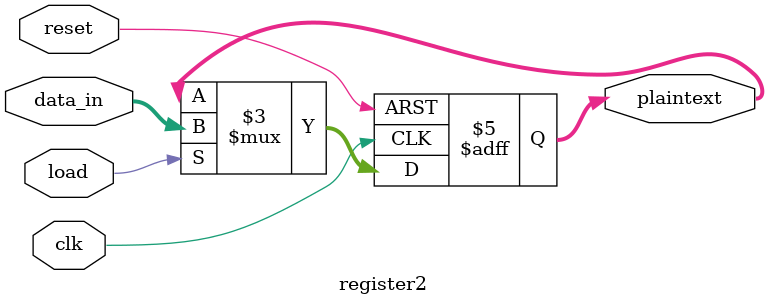
<source format=v>
`default_nettype none 
`timescale 1 ns / 1 ps
module register2
(
input wire clk   ,
input wire	reset ,
input wire load,
input wire	[63:0]  data_in,

output reg [63:0] plaintext
);

always @(posedge clk or posedge reset)
	if (reset)
		plaintext =0;
	else
		if (load)
			plaintext = data_in;

			
endmodule
</source>
